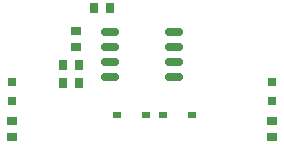
<source format=gtp>
G04*
G04 #@! TF.GenerationSoftware,Altium Limited,Altium Designer,19.0.15 (446)*
G04*
G04 Layer_Color=8421504*
%FSLAX25Y25*%
%MOIN*%
G70*
G01*
G75*
%ADD12R,0.02717X0.02205*%
%ADD13R,0.02756X0.03740*%
%ADD14R,0.03740X0.02756*%
G04:AMPARAMS|DCode=15|XSize=61.02mil|YSize=23.62mil|CornerRadius=5.91mil|HoleSize=0mil|Usage=FLASHONLY|Rotation=180.000|XOffset=0mil|YOffset=0mil|HoleType=Round|Shape=RoundedRectangle|*
%AMROUNDEDRECTD15*
21,1,0.06102,0.01181,0,0,180.0*
21,1,0.04921,0.02362,0,0,180.0*
1,1,0.01181,-0.02461,0.00591*
1,1,0.01181,0.02461,0.00591*
1,1,0.01181,0.02461,-0.00591*
1,1,0.01181,-0.02461,-0.00591*
%
%ADD15ROUNDEDRECTD15*%
%ADD16R,0.03150X0.03150*%
D12*
X72000Y54469D02*
D03*
X62393D02*
D03*
X56573D02*
D03*
X46966D02*
D03*
D13*
X44881Y89969D02*
D03*
X39566D02*
D03*
X29181Y70969D02*
D03*
X34496D02*
D03*
Y64969D02*
D03*
X29181D02*
D03*
D14*
X33496Y76968D02*
D03*
Y82284D02*
D03*
X98818Y46968D02*
D03*
Y52284D02*
D03*
X12204D02*
D03*
Y46968D02*
D03*
D15*
X44881Y66969D02*
D03*
Y71969D02*
D03*
Y76968D02*
D03*
Y81968D02*
D03*
X66141D02*
D03*
Y76968D02*
D03*
Y71969D02*
D03*
Y66969D02*
D03*
D16*
X12204Y59161D02*
D03*
Y65461D02*
D03*
X98818D02*
D03*
Y59161D02*
D03*
M02*

</source>
